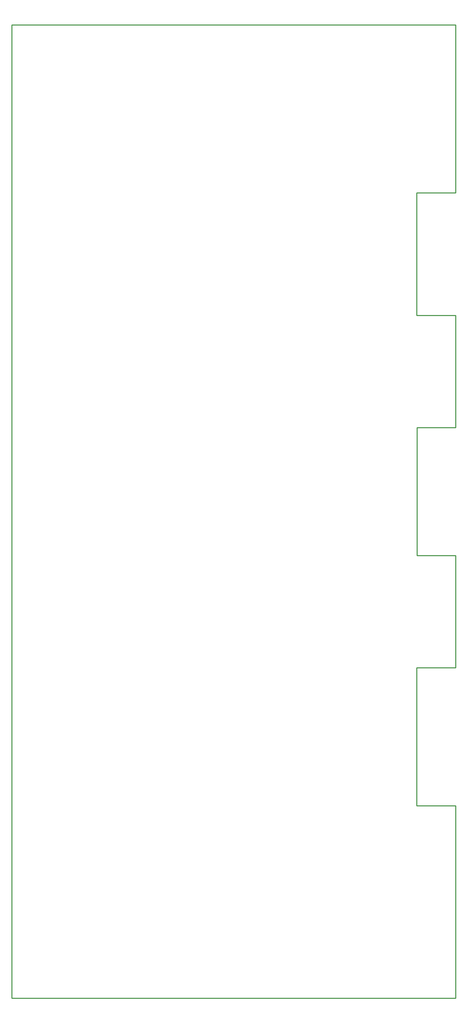
<source format=gm1>
%FSLAX23Y23*%
%MOIN*%
G70*
G01*
G75*
G04 Layer_Color=16711935*
%ADD10R,0.394X0.016*%
%ADD11O,0.394X0.016*%
%ADD12C,0.010*%
%ADD13R,0.059X0.059*%
%ADD14C,0.059*%
%ADD15R,0.059X0.059*%
%ADD16C,0.039*%
%ADD17C,0.015*%
%ADD18C,0.200*%
%ADD19C,0.008*%
%ADD20C,0.008*%
%ADD21R,0.402X0.024*%
%ADD22O,0.402X0.024*%
%ADD23R,0.067X0.067*%
%ADD24C,0.067*%
%ADD25R,0.067X0.067*%
%ADD26C,0.047*%
%ADD27C,0.023*%
%ADD28C,0.208*%
D12*
X4407Y0D02*
Y22D01*
X4374Y0D02*
X4407D01*
Y22D02*
Y1911D01*
X4020D02*
X4407D01*
X4020D02*
Y3280D01*
X4407D01*
Y4393D01*
X4024D02*
X4407D01*
X4024D02*
Y5663D01*
X4407D01*
Y6777D01*
X4020D02*
X4407D01*
X4020D02*
Y7992D01*
X4407D01*
Y9659D01*
X0D02*
X4407D01*
X0Y9600D02*
Y9659D01*
Y0D02*
Y9600D01*
Y0D02*
X4374D01*
M02*

</source>
